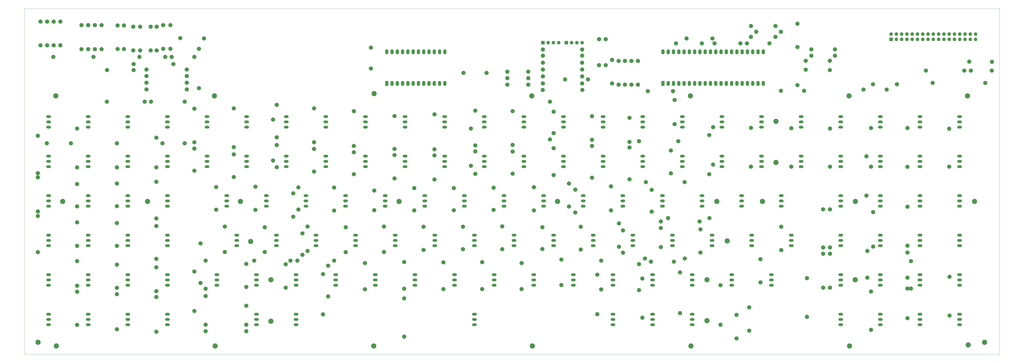
<source format=gbr>
%TF.GenerationSoftware,KiCad,Pcbnew,(6.0.5-0)*%
%TF.CreationDate,2022-06-13T02:35:29-04:00*%
%TF.ProjectId,SpaceCadet,53706163-6543-4616-9465-742e6b696361,rev?*%
%TF.SameCoordinates,Original*%
%TF.FileFunction,Soldermask,Bot*%
%TF.FilePolarity,Negative*%
%FSLAX46Y46*%
G04 Gerber Fmt 4.6, Leading zero omitted, Abs format (unit mm)*
G04 Created by KiCad (PCBNEW (6.0.5-0)) date 2022-06-13 02:35:29*
%MOMM*%
%LPD*%
G01*
G04 APERTURE LIST*
%TA.AperFunction,Profile*%
%ADD10C,0.100000*%
%TD*%
%ADD11C,2.000000*%
%ADD12C,2.500000*%
%ADD13O,2.286000X1.300000*%
%ADD14R,1.600000X2.400000*%
%ADD15O,1.600000X2.400000*%
%ADD16R,1.700000X1.700000*%
%ADD17O,1.700000X1.700000*%
G04 APERTURE END LIST*
D10*
X64250000Y-81300000D02*
X533250000Y-81300000D01*
X533250000Y-81300000D02*
X533250000Y-247900000D01*
X533250000Y-247900000D02*
X64250000Y-247900000D01*
X64250000Y-247900000D02*
X64250000Y-81300000D01*
D11*
%TO.C,*%
X365890000Y-179100000D03*
%TD*%
%TO.C,*%
X222630000Y-130670000D03*
%TD*%
D12*
%TO.C,REF\u002A\u002A*%
X79600000Y-243900000D03*
%TD*%
D11*
%TO.C,*%
X332490000Y-100960000D03*
%TD*%
D13*
%TO.C,SW91*%
X456825000Y-190510000D03*
X456825000Y-193050000D03*
X456825000Y-195590000D03*
%TD*%
D11*
%TO.C,*%
X381790000Y-201710000D03*
%TD*%
D12*
%TO.C,REF\u002A\u002A*%
X384550000Y-123300000D03*
%TD*%
D11*
%TO.C,*%
X127630000Y-182470000D03*
%TD*%
%TO.C,*%
X195953859Y-178160000D03*
%TD*%
%TO.C,*%
X350160000Y-184800000D03*
%TD*%
%TO.C,*%
X389320000Y-187710000D03*
%TD*%
D13*
%TO.C,SW73*%
X94875000Y-190510000D03*
X94875000Y-193050000D03*
X94875000Y-195590000D03*
%TD*%
%TO.C,SW104*%
X252037500Y-209560000D03*
X252037500Y-212100000D03*
X252037500Y-214640000D03*
%TD*%
%TO.C,SW31*%
X190125000Y-152410000D03*
X190125000Y-154950000D03*
X190125000Y-157490000D03*
%TD*%
D11*
%TO.C,*%
X343830000Y-96020000D03*
%TD*%
%TO.C,*%
X412800000Y-236550000D03*
%TD*%
D12*
%TO.C,REF\u002A\u002A*%
X463750000Y-212000000D03*
%TD*%
D11*
%TO.C,*%
X451690000Y-196400000D03*
%TD*%
%TO.C,*%
X70690000Y-142590000D03*
%TD*%
%TO.C,*%
X329150000Y-168570000D03*
%TD*%
%TO.C,*%
X122080000Y-126130000D03*
%TD*%
%TO.C,*%
X242220000Y-163100000D03*
%TD*%
%TO.C,*%
X89550000Y-184310000D03*
%TD*%
%TO.C,*%
X393600000Y-142260000D03*
%TD*%
D13*
%TO.C,SW7*%
X190125000Y-133360000D03*
X190125000Y-135900000D03*
X190125000Y-138440000D03*
%TD*%
D11*
%TO.C,*%
X326140000Y-165550000D03*
%TD*%
%TO.C,*%
X251730000Y-178560000D03*
%TD*%
%TO.C,*%
X284350000Y-216510000D03*
%TD*%
D13*
%TO.C,SW112*%
X404437500Y-209560000D03*
X404437500Y-212100000D03*
X404437500Y-214640000D03*
%TD*%
D11*
%TO.C,*%
X418260000Y-213290000D03*
%TD*%
%TO.C,*%
X237165000Y-186290000D03*
%TD*%
%TO.C,*%
X332490000Y-107310000D03*
%TD*%
%TO.C,*%
X242220000Y-151900000D03*
%TD*%
D13*
%TO.C,SW113*%
X423487500Y-209560000D03*
X423487500Y-212100000D03*
X423487500Y-214640000D03*
%TD*%
%TO.C,SW127*%
X494925000Y-228610000D03*
X494925000Y-231150000D03*
X494925000Y-233690000D03*
%TD*%
D12*
%TO.C,REF\u002A\u002A*%
X460800000Y-123300000D03*
%TD*%
D11*
%TO.C,*%
X101310000Y-100810000D03*
%TD*%
D14*
%TO.C,U2*%
X371353000Y-117353000D03*
D15*
X373893000Y-117353000D03*
X376433000Y-117353000D03*
X378973000Y-117353000D03*
X381513000Y-117353000D03*
X384053000Y-117353000D03*
X386593000Y-117353000D03*
X389133000Y-117353000D03*
X391673000Y-117353000D03*
X394213000Y-117353000D03*
X396753000Y-117353000D03*
X399293000Y-117353000D03*
X401833000Y-117353000D03*
X404373000Y-117353000D03*
X406913000Y-117353000D03*
X409453000Y-117353000D03*
X411993000Y-117353000D03*
X414533000Y-117353000D03*
X417073000Y-117353000D03*
X419613000Y-117353000D03*
X419613000Y-102113000D03*
X417073000Y-102113000D03*
X414533000Y-102113000D03*
X411993000Y-102113000D03*
X409453000Y-102113000D03*
X406913000Y-102113000D03*
X404373000Y-102113000D03*
X401833000Y-102113000D03*
X399293000Y-102113000D03*
X396753000Y-102113000D03*
X394213000Y-102113000D03*
X391673000Y-102113000D03*
X389133000Y-102113000D03*
X386593000Y-102113000D03*
X384053000Y-102113000D03*
X381513000Y-102113000D03*
X378973000Y-102113000D03*
X376433000Y-102113000D03*
X373893000Y-102113000D03*
X371353000Y-102113000D03*
%TD*%
D11*
%TO.C,*%
X228020000Y-203970000D03*
%TD*%
%TO.C,*%
X156480000Y-178200000D03*
%TD*%
D13*
%TO.C,SW1*%
X75825000Y-133360000D03*
X75825000Y-135900000D03*
X75825000Y-138440000D03*
%TD*%
D11*
%TO.C,*%
X469170000Y-152470000D03*
%TD*%
%TO.C,*%
X108660000Y-218940000D03*
%TD*%
%TO.C,*%
X309240000Y-167390000D03*
%TD*%
%TO.C,*%
X256190000Y-186420000D03*
%TD*%
%TO.C,*%
X145920000Y-148730000D03*
%TD*%
%TO.C,*%
X89550000Y-217760000D03*
%TD*%
D13*
%TO.C,SW10*%
X247275000Y-133360000D03*
X247275000Y-135900000D03*
X247275000Y-138440000D03*
%TD*%
D11*
%TO.C,*%
X488900000Y-210970000D03*
%TD*%
%TO.C,*%
X313550000Y-107310000D03*
%TD*%
%TO.C,*%
X70690000Y-198670000D03*
%TD*%
%TO.C,*%
X335220000Y-115350000D03*
%TD*%
%TO.C,*%
X299060000Y-160840000D03*
%TD*%
%TO.C,*%
X222630000Y-147430000D03*
%TD*%
%TO.C,*%
X281100000Y-150130000D03*
%TD*%
%TO.C,*%
X210270000Y-205240000D03*
%TD*%
%TO.C,*%
X78330000Y-98980000D03*
%TD*%
D12*
%TO.C,REF\u002A\u002A*%
X168150000Y-174200000D03*
%TD*%
D11*
%TO.C,*%
X318760000Y-141260000D03*
%TD*%
D13*
%TO.C,SW59*%
X275850000Y-171460000D03*
X275850000Y-174000000D03*
X275850000Y-176540000D03*
%TD*%
D16*
%TO.C,J0*%
X481071000Y-96074000D03*
D17*
X481071000Y-93534000D03*
X483611000Y-96074000D03*
X483611000Y-93534000D03*
X486151000Y-96074000D03*
X486151000Y-93534000D03*
X488691000Y-96074000D03*
X488691000Y-93534000D03*
X491231000Y-96074000D03*
X491231000Y-93534000D03*
X493771000Y-96074000D03*
X493771000Y-93534000D03*
X496311000Y-96074000D03*
X496311000Y-93534000D03*
X498851000Y-96074000D03*
X498851000Y-93534000D03*
X501391000Y-96074000D03*
X501391000Y-93534000D03*
X503931000Y-96074000D03*
X503931000Y-93534000D03*
X506471000Y-96074000D03*
X506471000Y-93534000D03*
X509011000Y-96074000D03*
X509011000Y-93534000D03*
X511551000Y-96074000D03*
X511551000Y-93534000D03*
X514091000Y-96074000D03*
X514091000Y-93534000D03*
X516631000Y-96074000D03*
X516631000Y-93534000D03*
X519171000Y-96074000D03*
X519171000Y-93534000D03*
X521711000Y-96074000D03*
X521711000Y-93534000D03*
%TD*%
D11*
%TO.C,*%
X183820000Y-134810000D03*
%TD*%
%TO.C,*%
X103850000Y-126130000D03*
%TD*%
%TO.C,*%
X189850000Y-204500000D03*
%TD*%
D13*
%TO.C,SW98*%
X132975000Y-209560000D03*
X132975000Y-212100000D03*
X132975000Y-214640000D03*
%TD*%
%TO.C,SW93*%
X494925000Y-190510000D03*
X494925000Y-193050000D03*
X494925000Y-195590000D03*
%TD*%
D11*
%TO.C,*%
X340560000Y-108500000D03*
%TD*%
%TO.C,*%
X488900000Y-230540000D03*
%TD*%
%TO.C,*%
X131000000Y-100690000D03*
%TD*%
%TO.C,*%
X353073333Y-117940000D03*
%TD*%
D14*
%TO.C,U1*%
X238501000Y-117328000D03*
D15*
X241041000Y-117328000D03*
X243581000Y-117328000D03*
X246121000Y-117328000D03*
X248661000Y-117328000D03*
X251201000Y-117328000D03*
X253741000Y-117328000D03*
X256281000Y-117328000D03*
X258821000Y-117328000D03*
X261361000Y-117328000D03*
X263901000Y-117328000D03*
X266441000Y-117328000D03*
X266441000Y-102088000D03*
X263901000Y-102088000D03*
X261361000Y-102088000D03*
X258821000Y-102088000D03*
X256281000Y-102088000D03*
X253741000Y-102088000D03*
X251201000Y-102088000D03*
X248661000Y-102088000D03*
X246121000Y-102088000D03*
X243581000Y-102088000D03*
X241041000Y-102088000D03*
X238501000Y-102088000D03*
%TD*%
D11*
%TO.C,*%
X127630000Y-217470000D03*
%TD*%
D12*
%TO.C,REF\u002A\u002A*%
X79300000Y-123300000D03*
%TD*%
D11*
%TO.C,*%
X127630000Y-201870000D03*
%TD*%
%TO.C,*%
X454050000Y-100940000D03*
%TD*%
%TO.C,*%
X281100000Y-147180000D03*
%TD*%
D12*
%TO.C,REF\u002A\u002A*%
X521200000Y-174200000D03*
%TD*%
D11*
%TO.C,*%
X251730000Y-167820000D03*
%TD*%
%TO.C,*%
X142280000Y-117000000D03*
%TD*%
%TO.C,*%
X339770000Y-209540000D03*
%TD*%
D13*
%TO.C,SW119*%
X94875000Y-228610000D03*
X94875000Y-231150000D03*
X94875000Y-233690000D03*
%TD*%
D11*
%TO.C,*%
X70690000Y-162610000D03*
%TD*%
D13*
%TO.C,SW57*%
X237750000Y-171460000D03*
X237750000Y-174000000D03*
X237750000Y-176540000D03*
%TD*%
D11*
%TO.C,*%
X98110000Y-100810000D03*
%TD*%
%TO.C,*%
X286520000Y-112260000D03*
%TD*%
D13*
%TO.C,SW92*%
X475875000Y-190510000D03*
X475875000Y-193050000D03*
X475875000Y-195590000D03*
%TD*%
%TO.C,SW83*%
X299662500Y-190510000D03*
X299662500Y-193050000D03*
X299662500Y-195590000D03*
%TD*%
D16*
%TO.C,J3_2*%
X324866000Y-97663000D03*
D17*
X327406000Y-97663000D03*
X329946000Y-97663000D03*
X332486000Y-97663000D03*
%TD*%
D11*
%TO.C,*%
X399020000Y-214620000D03*
%TD*%
D13*
%TO.C,SW97*%
X113925000Y-209560000D03*
X113925000Y-212100000D03*
X113925000Y-214640000D03*
%TD*%
D11*
%TO.C,*%
X472360000Y-117710000D03*
%TD*%
%TO.C,*%
X145920000Y-208000000D03*
%TD*%
%TO.C,*%
X151330000Y-219880000D03*
%TD*%
%TO.C,*%
X448370000Y-215760000D03*
%TD*%
D13*
%TO.C,SW76*%
X166312500Y-190510000D03*
X166312500Y-193050000D03*
X166312500Y-195590000D03*
%TD*%
D11*
%TO.C,*%
X222630000Y-161120000D03*
%TD*%
D13*
%TO.C,SW110*%
X366337500Y-209560000D03*
X366337500Y-212100000D03*
X366337500Y-214640000D03*
%TD*%
D11*
%TO.C,*%
X75130000Y-98980000D03*
%TD*%
D12*
%TO.C,REF\u002A\u002A*%
X419150000Y-174200000D03*
%TD*%
D11*
%TO.C,*%
X108660000Y-215870000D03*
%TD*%
%TO.C,*%
X451700000Y-178070000D03*
%TD*%
%TO.C,*%
X355220000Y-148270000D03*
%TD*%
D13*
%TO.C,SW128*%
X513975000Y-228610000D03*
X513975000Y-231150000D03*
X513975000Y-233690000D03*
%TD*%
D11*
%TO.C,*%
X340560000Y-96020000D03*
%TD*%
D13*
%TO.C,SW55*%
X199650000Y-171460000D03*
X199650000Y-174000000D03*
X199650000Y-176540000D03*
%TD*%
D11*
%TO.C,*%
X256190000Y-197560000D03*
%TD*%
%TO.C,*%
X425450000Y-89662000D03*
%TD*%
%TO.C,*%
X127630000Y-164740000D03*
%TD*%
%TO.C,*%
X488900000Y-195520000D03*
%TD*%
%TO.C,*%
X529540000Y-106890000D03*
%TD*%
D13*
%TO.C,SW5*%
X152025000Y-133360000D03*
X152025000Y-135900000D03*
X152025000Y-138440000D03*
%TD*%
D11*
%TO.C,*%
X127630000Y-206000000D03*
%TD*%
%TO.C,*%
X116550000Y-101440000D03*
%TD*%
D13*
%TO.C,SW105*%
X271087500Y-209560000D03*
X271087500Y-212100000D03*
X271087500Y-214640000D03*
%TD*%
D11*
%TO.C,*%
X174690000Y-202740000D03*
%TD*%
%TO.C,*%
X352130000Y-188220000D03*
%TD*%
%TO.C,*%
X454050000Y-103910000D03*
%TD*%
D13*
%TO.C,SW33*%
X228225000Y-152410000D03*
X228225000Y-154950000D03*
X228225000Y-157490000D03*
%TD*%
D11*
%TO.C,*%
X390040000Y-97990000D03*
%TD*%
D13*
%TO.C,SW86*%
X356812500Y-190510000D03*
X356812500Y-193050000D03*
X356812500Y-195590000D03*
%TD*%
D12*
%TO.C,REF\u002A\u002A*%
X182750000Y-212000000D03*
%TD*%
D13*
%TO.C,SW61*%
X313950000Y-171460000D03*
X313950000Y-174000000D03*
X313950000Y-176540000D03*
%TD*%
%TO.C,SW8*%
X209175000Y-133360000D03*
X209175000Y-135900000D03*
X209175000Y-138440000D03*
%TD*%
D11*
%TO.C,*%
X376930000Y-136950000D03*
%TD*%
D13*
%TO.C,SW15*%
X342525000Y-133360000D03*
X342525000Y-135900000D03*
X342525000Y-138440000D03*
%TD*%
D12*
%TO.C,REF\u002A\u002A*%
X463900000Y-174200000D03*
%TD*%
D11*
%TO.C,*%
X337190000Y-147480000D03*
%TD*%
%TO.C,*%
X108660000Y-184600000D03*
%TD*%
%TO.C,*%
X210270000Y-220050000D03*
%TD*%
D13*
%TO.C,SW69*%
X475875000Y-171460000D03*
X475875000Y-174000000D03*
X475875000Y-176540000D03*
%TD*%
D11*
%TO.C,*%
X278950000Y-139060000D03*
%TD*%
%TO.C,*%
X156480000Y-167260000D03*
%TD*%
%TO.C,*%
X332570000Y-120420000D03*
%TD*%
%TO.C,*%
X299060000Y-130670000D03*
%TD*%
%TO.C,*%
X108660000Y-204670000D03*
%TD*%
D13*
%TO.C,SW50*%
X94875000Y-171460000D03*
X94875000Y-174000000D03*
X94875000Y-176540000D03*
%TD*%
D11*
%TO.C,*%
X442690000Y-100940000D03*
%TD*%
D13*
%TO.C,SW44*%
X437775000Y-152410000D03*
X437775000Y-154950000D03*
X437775000Y-157490000D03*
%TD*%
D11*
%TO.C,*%
X70690000Y-181240000D03*
%TD*%
D13*
%TO.C,SW115*%
X475875000Y-209560000D03*
X475875000Y-212100000D03*
X475875000Y-214640000D03*
%TD*%
D11*
%TO.C,*%
X395480000Y-138420000D03*
%TD*%
%TO.C,*%
X448370000Y-196400000D03*
%TD*%
D13*
%TO.C,SW16*%
X361575000Y-133360000D03*
X361575000Y-135900000D03*
X361575000Y-138440000D03*
%TD*%
D11*
%TO.C,*%
X108660000Y-235880000D03*
%TD*%
%TO.C,*%
X331770000Y-197390000D03*
%TD*%
%TO.C,*%
X127630000Y-143460000D03*
%TD*%
D12*
%TO.C,REF\u002A\u002A*%
X82650000Y-174200000D03*
%TD*%
D11*
%TO.C,*%
X145920000Y-159400000D03*
%TD*%
%TO.C,*%
X197900000Y-189640000D03*
%TD*%
%TO.C,*%
X127630000Y-186070000D03*
%TD*%
%TO.C,*%
X275430000Y-112260000D03*
%TD*%
D13*
%TO.C,SW19*%
X418725000Y-133360000D03*
X418725000Y-135900000D03*
X418725000Y-138440000D03*
%TD*%
D11*
%TO.C,*%
X151330000Y-216270000D03*
%TD*%
%TO.C,*%
X318760000Y-148530000D03*
%TD*%
%TO.C,*%
X379520000Y-228080000D03*
%TD*%
%TO.C,*%
X296490000Y-114800000D03*
%TD*%
%TO.C,*%
X416210000Y-92470000D03*
%TD*%
%TO.C,*%
X428021000Y-92470000D03*
%TD*%
D13*
%TO.C,SW120*%
X113925000Y-228610000D03*
X113925000Y-231150000D03*
X113925000Y-233690000D03*
%TD*%
D11*
%TO.C,*%
X375130000Y-160640000D03*
%TD*%
%TO.C,*%
X275180000Y-186420000D03*
%TD*%
%TO.C,*%
X197900000Y-199960000D03*
%TD*%
%TO.C,*%
X228020000Y-216550000D03*
%TD*%
D12*
%TO.C,REF\u002A\u002A*%
X517800000Y-123300000D03*
%TD*%
D11*
%TO.C,*%
X322470000Y-202230000D03*
%TD*%
D13*
%TO.C,SW49*%
X75825000Y-171460000D03*
X75825000Y-174000000D03*
X75825000Y-176540000D03*
%TD*%
%TO.C,SW70*%
X494925000Y-171460000D03*
X494925000Y-174000000D03*
X494925000Y-176540000D03*
%TD*%
D11*
%TO.C,*%
X439990000Y-110730000D03*
%TD*%
%TO.C,*%
X516250000Y-111130000D03*
%TD*%
%TO.C,*%
X313300000Y-197130000D03*
%TD*%
D13*
%TO.C,SW28*%
X132975000Y-152410000D03*
X132975000Y-154950000D03*
X132975000Y-157490000D03*
%TD*%
D11*
%TO.C,*%
X471440000Y-236110000D03*
%TD*%
%TO.C,*%
X436010000Y-88520000D03*
%TD*%
%TO.C,*%
X318760000Y-161500000D03*
%TD*%
%TO.C,*%
X488900000Y-176760000D03*
%TD*%
D13*
%TO.C,SW54*%
X180600000Y-171460000D03*
X180600000Y-174000000D03*
X180600000Y-176540000D03*
%TD*%
D11*
%TO.C,*%
X395480000Y-156430000D03*
%TD*%
%TO.C,*%
X451600000Y-110900000D03*
%TD*%
%TO.C,*%
X488900000Y-157550000D03*
%TD*%
%TO.C,*%
X183820000Y-154500000D03*
%TD*%
%TO.C,*%
X352130000Y-198960000D03*
%TD*%
%TO.C,*%
X349960000Y-117940000D03*
%TD*%
%TO.C,*%
X246840000Y-216290000D03*
%TD*%
%TO.C,*%
X346310000Y-178530000D03*
%TD*%
%TO.C,*%
X164880000Y-148050000D03*
%TD*%
%TO.C,*%
X395160000Y-95650000D03*
%TD*%
D13*
%TO.C,SW67*%
X428250000Y-171460000D03*
X428250000Y-174000000D03*
X428250000Y-176540000D03*
%TD*%
D11*
%TO.C,*%
X363080000Y-164890000D03*
%TD*%
D13*
%TO.C,SW56*%
X218700000Y-171460000D03*
X218700000Y-174000000D03*
X218700000Y-176540000D03*
%TD*%
D11*
%TO.C,*%
X230850000Y-100090000D03*
%TD*%
%TO.C,*%
X501000000Y-117040000D03*
%TD*%
%TO.C,*%
X313550000Y-113980000D03*
%TD*%
%TO.C,*%
X185550000Y-143290000D03*
%TD*%
%TO.C,*%
X469170000Y-171440000D03*
%TD*%
D13*
%TO.C,SW89*%
X413962500Y-190510000D03*
X413962500Y-193050000D03*
X413962500Y-195590000D03*
%TD*%
%TO.C,SW48*%
X513975000Y-152410000D03*
X513975000Y-154950000D03*
X513975000Y-157490000D03*
%TD*%
D11*
%TO.C,*%
X81530000Y-87510000D03*
%TD*%
%TO.C,*%
X442690000Y-103910000D03*
%TD*%
D13*
%TO.C,SW122*%
X175837500Y-228610000D03*
X175837500Y-231150000D03*
X175837500Y-233690000D03*
%TD*%
D11*
%TO.C,*%
X359820000Y-204460000D03*
%TD*%
%TO.C,*%
X142280000Y-110600000D03*
%TD*%
%TO.C,*%
X135020000Y-104510000D03*
%TD*%
D13*
%TO.C,SW84*%
X318712500Y-190510000D03*
X318712500Y-193050000D03*
X318712500Y-195590000D03*
%TD*%
D11*
%TO.C,*%
X164880000Y-162460000D03*
%TD*%
%TO.C,*%
X361450000Y-230270000D03*
%TD*%
%TO.C,*%
X428210000Y-186400000D03*
%TD*%
%TO.C,*%
X148140000Y-119600000D03*
%TD*%
D13*
%TO.C,SW123*%
X280612500Y-228610000D03*
X280612500Y-231150000D03*
X280612500Y-233690000D03*
%TD*%
D11*
%TO.C,*%
X170950000Y-224490000D03*
%TD*%
%TO.C,*%
X222630000Y-150500000D03*
%TD*%
%TO.C,*%
X306550000Y-111680000D03*
%TD*%
%TO.C,*%
X378680000Y-145170000D03*
%TD*%
%TO.C,*%
X170950000Y-215420000D03*
%TD*%
%TO.C,*%
X134470000Y-89210000D03*
%TD*%
%TO.C,*%
X101310000Y-89210000D03*
%TD*%
%TO.C,*%
X332490000Y-103975000D03*
%TD*%
%TO.C,*%
X275180000Y-197260000D03*
%TD*%
%TO.C,*%
X469610000Y-198060000D03*
%TD*%
%TO.C,*%
X413650000Y-138780000D03*
%TD*%
D13*
%TO.C,SW62*%
X333000000Y-171460000D03*
X333000000Y-174000000D03*
X333000000Y-176540000D03*
%TD*%
D11*
%TO.C,*%
X356186666Y-106480000D03*
%TD*%
D13*
%TO.C,SW100*%
X175837500Y-209560000D03*
X175837500Y-212100000D03*
X175837500Y-214640000D03*
%TD*%
D11*
%TO.C,*%
X346310000Y-166970000D03*
%TD*%
%TO.C,*%
X440610000Y-229830000D03*
%TD*%
%TO.C,*%
X193550000Y-181630000D03*
%TD*%
D13*
%TO.C,SW22*%
X475875000Y-133360000D03*
X475875000Y-135900000D03*
X475875000Y-138440000D03*
%TD*%
D11*
%TO.C,*%
X135890000Y-108040000D03*
%TD*%
D13*
%TO.C,SW116*%
X494925000Y-209560000D03*
X494925000Y-212100000D03*
X494925000Y-214640000D03*
%TD*%
D11*
%TO.C,*%
X145960000Y-104510000D03*
%TD*%
D13*
%TO.C,SW32*%
X209175000Y-152410000D03*
X209175000Y-154950000D03*
X209175000Y-157490000D03*
%TD*%
D11*
%TO.C,*%
X490650000Y-216230000D03*
%TD*%
%TO.C,*%
X142280000Y-120200000D03*
%TD*%
D13*
%TO.C,SW51*%
X113925000Y-171460000D03*
X113925000Y-174000000D03*
X113925000Y-176540000D03*
%TD*%
D11*
%TO.C,*%
X261400000Y-149100000D03*
%TD*%
%TO.C,*%
X362690000Y-201710000D03*
%TD*%
%TO.C,*%
X451600000Y-106441807D03*
%TD*%
%TO.C,*%
X359820000Y-217010000D03*
%TD*%
%TO.C,*%
X94910000Y-100810000D03*
%TD*%
D13*
%TO.C,SW24*%
X513975000Y-133360000D03*
X513975000Y-135900000D03*
X513975000Y-138440000D03*
%TD*%
D11*
%TO.C,*%
X130620000Y-146200000D03*
%TD*%
%TO.C,*%
X203500000Y-148890000D03*
%TD*%
%TO.C,*%
X341600000Y-216640000D03*
%TD*%
%TO.C,*%
X232480000Y-169000000D03*
%TD*%
%TO.C,*%
X406720000Y-240230000D03*
%TD*%
%TO.C,*%
X119550000Y-104510000D03*
%TD*%
%TO.C,*%
X425441000Y-94900000D03*
%TD*%
%TO.C,*%
X89550000Y-214840000D03*
%TD*%
%TO.C,*%
X428020000Y-120860000D03*
%TD*%
D13*
%TO.C,SW14*%
X323475034Y-133360008D03*
X323475034Y-135900008D03*
X323475034Y-138440008D03*
%TD*%
D11*
%TO.C,*%
X192160000Y-202740000D03*
%TD*%
%TO.C,*%
X122930000Y-110600000D03*
%TD*%
%TO.C,*%
X145920000Y-129520000D03*
%TD*%
%TO.C,*%
X175290000Y-167130000D03*
%TD*%
%TO.C,*%
X86600000Y-146180000D03*
%TD*%
%TO.C,*%
X451690000Y-215760000D03*
%TD*%
%TO.C,*%
X148140000Y-100650000D03*
%TD*%
%TO.C,*%
X237165000Y-198600000D03*
%TD*%
%TO.C,*%
X242220000Y-133050000D03*
%TD*%
%TO.C,*%
X131950000Y-104510000D03*
%TD*%
D13*
%TO.C,SW40*%
X361575000Y-152410000D03*
X361575000Y-154950000D03*
X361575000Y-157490000D03*
%TD*%
%TO.C,SW64*%
X371100000Y-171460000D03*
X371100000Y-174000000D03*
X371100000Y-176540000D03*
%TD*%
D11*
%TO.C,*%
X359300000Y-117940000D03*
%TD*%
D13*
%TO.C,SW95*%
X75825000Y-209560000D03*
X75825000Y-212100000D03*
X75825000Y-214640000D03*
%TD*%
D11*
%TO.C,*%
X490650000Y-203030000D03*
%TD*%
%TO.C,*%
X151330000Y-236820000D03*
%TD*%
%TO.C,*%
X112080000Y-89370000D03*
%TD*%
D13*
%TO.C,SW82*%
X280612500Y-190510000D03*
X280612500Y-193050000D03*
X280612500Y-195590000D03*
%TD*%
%TO.C,SW17*%
X380625000Y-133360000D03*
X380625000Y-135900000D03*
X380625000Y-138440000D03*
%TD*%
D11*
%TO.C,*%
X439260000Y-120860000D03*
%TD*%
D12*
%TO.C,REF\u002A\u002A*%
X70800000Y-242100000D03*
%TD*%
D13*
%TO.C,SW87*%
X375862500Y-190510000D03*
X375862500Y-193050000D03*
X375862500Y-195590000D03*
%TD*%
D11*
%TO.C,*%
X332490000Y-117315000D03*
%TD*%
%TO.C,*%
X488900000Y-198840000D03*
%TD*%
%TO.C,*%
X141290000Y-126130000D03*
%TD*%
%TO.C,*%
X127630000Y-157800000D03*
%TD*%
D12*
%TO.C,REF\u002A\u002A*%
X155900000Y-243900000D03*
%TD*%
D11*
%TO.C,*%
X91710000Y-100810000D03*
%TD*%
D13*
%TO.C,SW99*%
X156787500Y-209560000D03*
X156787500Y-212100000D03*
X156787500Y-214640000D03*
%TD*%
D11*
%TO.C,*%
X261400000Y-163630000D03*
%TD*%
%TO.C,*%
X296490000Y-111680000D03*
%TD*%
D13*
%TO.C,SW124*%
X366337500Y-228610000D03*
X366337500Y-231150000D03*
X366337500Y-233690000D03*
%TD*%
D11*
%TO.C,*%
X329150000Y-179570000D03*
%TD*%
%TO.C,*%
X108660000Y-165570000D03*
%TD*%
D13*
%TO.C,SW88*%
X394912500Y-190510000D03*
X394912500Y-193050000D03*
X394912500Y-195590000D03*
%TD*%
D11*
%TO.C,*%
X422520000Y-98060000D03*
%TD*%
D13*
%TO.C,SW90*%
X433012500Y-190510000D03*
X433012500Y-193050000D03*
X433012500Y-195590000D03*
%TD*%
D11*
%TO.C,*%
X370280000Y-196210000D03*
%TD*%
%TO.C,*%
X70690000Y-179060000D03*
%TD*%
%TO.C,*%
X377560000Y-97990000D03*
%TD*%
D12*
%TO.C,REF\u002A\u002A*%
X425700000Y-135650000D03*
%TD*%
D11*
%TO.C,*%
X337190000Y-144470000D03*
%TD*%
%TO.C,*%
X103940000Y-110860000D03*
%TD*%
%TO.C,*%
X284350000Y-203540000D03*
%TD*%
%TO.C,*%
X483810000Y-117710000D03*
%TD*%
%TO.C,*%
X119880000Y-89960000D03*
%TD*%
%TO.C,*%
X509000000Y-157460000D03*
%TD*%
%TO.C,*%
X278950000Y-157030000D03*
%TD*%
%TO.C,*%
X313550000Y-103975000D03*
%TD*%
D12*
%TO.C,REF\u002A\u002A*%
X308500000Y-243900000D03*
%TD*%
D11*
%TO.C,*%
X125150000Y-126130000D03*
%TD*%
%TO.C,*%
X289850000Y-178260000D03*
%TD*%
%TO.C,*%
X406720000Y-228880000D03*
%TD*%
D12*
%TO.C,REF\u002A\u002A*%
X518100000Y-243400000D03*
%TD*%
D11*
%TO.C,*%
X370280000Y-183840000D03*
%TD*%
D13*
%TO.C,SW107*%
X309187500Y-209560000D03*
X309187500Y-212100000D03*
X309187500Y-214640000D03*
%TD*%
D11*
%TO.C,*%
X164880000Y-129390000D03*
%TD*%
%TO.C,*%
X164880000Y-151520000D03*
%TD*%
%TO.C,*%
X346840000Y-117330000D03*
%TD*%
D13*
%TO.C,SW101*%
X194887500Y-209560000D03*
X194887500Y-212100000D03*
X194887500Y-214640000D03*
%TD*%
D11*
%TO.C,*%
X139150000Y-95510000D03*
%TD*%
%TO.C,*%
X74990000Y-146180000D03*
%TD*%
%TO.C,*%
X355220000Y-145520000D03*
%TD*%
D13*
%TO.C,SW46*%
X475875000Y-152410000D03*
X475875000Y-154950000D03*
X475875000Y-157490000D03*
%TD*%
%TO.C,SW109*%
X347287500Y-209560000D03*
X347287500Y-212100000D03*
X347287500Y-214640000D03*
%TD*%
D11*
%TO.C,*%
X270730000Y-178430000D03*
%TD*%
%TO.C,*%
X376930000Y-125250000D03*
%TD*%
D13*
%TO.C,SW66*%
X409200000Y-171460000D03*
X409200000Y-174000000D03*
X409200000Y-176540000D03*
%TD*%
D11*
%TO.C,*%
X203500000Y-129390000D03*
%TD*%
D13*
%TO.C,SW79*%
X223462500Y-190510000D03*
X223462500Y-193050000D03*
X223462500Y-195590000D03*
%TD*%
%TO.C,SW102*%
X213937500Y-209560000D03*
X213937500Y-212100000D03*
X213937500Y-214640000D03*
%TD*%
D11*
%TO.C,*%
X195500000Y-202740000D03*
%TD*%
%TO.C,*%
X306550000Y-114800000D03*
%TD*%
%TO.C,*%
X509130000Y-210520000D03*
%TD*%
D13*
%TO.C,SW85*%
X337762500Y-190510000D03*
X337762500Y-193050000D03*
X337762500Y-195590000D03*
%TD*%
%TO.C,SW121*%
X132975000Y-228610000D03*
X132975000Y-231150000D03*
X132975000Y-233690000D03*
%TD*%
%TO.C,SW52*%
X132975000Y-171460000D03*
X132975000Y-174000000D03*
X132975000Y-176540000D03*
%TD*%
D11*
%TO.C,*%
X356186666Y-117940000D03*
%TD*%
D13*
%TO.C,SW23*%
X494925000Y-133360000D03*
X494925000Y-135900000D03*
X494925000Y-138440000D03*
%TD*%
%TO.C,SW21*%
X456825000Y-133360000D03*
X456825000Y-135900000D03*
X456825000Y-138440000D03*
%TD*%
D12*
%TO.C,REF\u002A\u002A*%
X526050000Y-242100000D03*
%TD*%
D13*
%TO.C,SW68*%
X456825000Y-171460000D03*
X456825000Y-174000000D03*
X456825000Y-176540000D03*
%TD*%
D11*
%TO.C,*%
X361450000Y-211420000D03*
%TD*%
D12*
%TO.C,REF\u002A\u002A*%
X402250000Y-193250000D03*
%TD*%
D11*
%TO.C,*%
X526350000Y-117040000D03*
%TD*%
D16*
%TO.C,J3_1*%
X313573000Y-97663000D03*
D17*
X316113000Y-97663000D03*
X318653000Y-97663000D03*
X321193000Y-97663000D03*
%TD*%
D11*
%TO.C,*%
X265750000Y-203580000D03*
%TD*%
%TO.C,*%
X413650000Y-157460000D03*
%TD*%
%TO.C,*%
X89550000Y-165810000D03*
%TD*%
%TO.C,*%
X246840000Y-203450000D03*
%TD*%
%TO.C,*%
X341600000Y-202760000D03*
%TD*%
%TO.C,*%
X148870000Y-194470000D03*
%TD*%
%TO.C,*%
X337190000Y-162810000D03*
%TD*%
%TO.C,*%
X261400000Y-152070000D03*
%TD*%
%TO.C,*%
X472440000Y-196020000D03*
%TD*%
%TO.C,*%
X185550000Y-147030000D03*
%TD*%
%TO.C,*%
X313550000Y-110645000D03*
%TD*%
%TO.C,*%
X127630000Y-237080000D03*
%TD*%
D13*
%TO.C,SW12*%
X285375000Y-133360000D03*
X285375000Y-135900000D03*
X285375000Y-138440000D03*
%TD*%
D11*
%TO.C,*%
X127840000Y-101430000D03*
%TD*%
%TO.C,*%
X108660000Y-195620000D03*
%TD*%
%TO.C,*%
X471410000Y-138860000D03*
%TD*%
%TO.C,*%
X89550000Y-139120000D03*
%TD*%
%TO.C,*%
X306550000Y-117920000D03*
%TD*%
%TO.C,*%
X109010000Y-89370000D03*
%TD*%
%TO.C,*%
X151330000Y-202740000D03*
%TD*%
%TO.C,*%
X355220000Y-163590000D03*
%TD*%
D13*
%TO.C,SW96*%
X94875000Y-209560000D03*
X94875000Y-212100000D03*
X94875000Y-214640000D03*
%TD*%
D11*
%TO.C,*%
X109010000Y-100710000D03*
%TD*%
D12*
%TO.C,REF\u002A\u002A*%
X232375000Y-122250000D03*
%TD*%
D11*
%TO.C,*%
X313510000Y-120420000D03*
%TD*%
%TO.C,*%
X382680000Y-95650000D03*
%TD*%
%TO.C,*%
X469610000Y-210970000D03*
%TD*%
%TO.C,*%
X98110000Y-89210000D03*
%TD*%
%TO.C,*%
X142280000Y-113800000D03*
%TD*%
%TO.C,*%
X488900000Y-138860000D03*
%TD*%
D13*
%TO.C,SW34*%
X247275000Y-152410000D03*
X247275000Y-154950000D03*
X247275000Y-157490000D03*
%TD*%
D11*
%TO.C,*%
X281100000Y-130410000D03*
%TD*%
%TO.C,*%
X78120000Y-104510000D03*
%TD*%
D13*
%TO.C,SW42*%
X399675000Y-152410000D03*
X399675000Y-154950000D03*
X399675000Y-157490000D03*
%TD*%
D11*
%TO.C,*%
X303370000Y-216510000D03*
%TD*%
%TO.C,*%
X89550000Y-203040000D03*
%TD*%
%TO.C,*%
X343830000Y-108500000D03*
%TD*%
%TO.C,*%
X451700000Y-139120000D03*
%TD*%
D13*
%TO.C,SW80*%
X242512500Y-190510000D03*
X242512500Y-193050000D03*
X242512500Y-195590000D03*
%TD*%
%TO.C,SW6*%
X171075000Y-133360000D03*
X171075000Y-135900000D03*
X171075000Y-138440000D03*
%TD*%
D11*
%TO.C,*%
X451700000Y-157460000D03*
%TD*%
%TO.C,*%
X141290000Y-146200000D03*
%TD*%
%TO.C,*%
X332490000Y-113980000D03*
%TD*%
%TO.C,*%
X89550000Y-176560000D03*
%TD*%
D13*
%TO.C,SW118*%
X75825000Y-228610000D03*
X75825000Y-231150000D03*
X75825000Y-233690000D03*
%TD*%
D11*
%TO.C,*%
X91710000Y-89210000D03*
%TD*%
%TO.C,*%
X389320000Y-198880000D03*
%TD*%
%TO.C,*%
X509000000Y-139190000D03*
%TD*%
D13*
%TO.C,SW74*%
X113925000Y-190510000D03*
X113925000Y-193050000D03*
X113925000Y-195590000D03*
%TD*%
D11*
%TO.C,*%
X471410000Y-157460000D03*
%TD*%
D13*
%TO.C,SW4*%
X132975000Y-133360000D03*
X132975000Y-135900000D03*
X132975000Y-138440000D03*
%TD*%
D11*
%TO.C,*%
X160630000Y-186340000D03*
%TD*%
%TO.C,*%
X313550000Y-100960000D03*
%TD*%
%TO.C,*%
X94910000Y-89210000D03*
%TD*%
%TO.C,*%
X131000000Y-89210000D03*
%TD*%
%TO.C,*%
X411680000Y-98060000D03*
%TD*%
%TO.C,*%
X478910000Y-120250000D03*
%TD*%
%TO.C,*%
X448380000Y-178070000D03*
%TD*%
%TO.C,*%
X412800000Y-225280000D03*
%TD*%
D13*
%TO.C,SW45*%
X456825000Y-152410000D03*
X456825000Y-154950000D03*
X456825000Y-157490000D03*
%TD*%
D11*
%TO.C,*%
X265750000Y-216510000D03*
%TD*%
D13*
%TO.C,SW43*%
X418725000Y-152410000D03*
X418725000Y-154950000D03*
X418725000Y-157490000D03*
%TD*%
D11*
%TO.C,*%
X124910000Y-101430000D03*
%TD*%
%TO.C,*%
X281100000Y-160970000D03*
%TD*%
%TO.C,*%
X112080000Y-100710000D03*
%TD*%
D12*
%TO.C,REF\u002A\u002A*%
X320650000Y-174200000D03*
%TD*%
%TO.C,REF\u002A\u002A*%
X232200000Y-243900000D03*
%TD*%
D11*
%TO.C,*%
X289850000Y-167650000D03*
%TD*%
%TO.C,*%
X331770000Y-186380000D03*
%TD*%
D12*
%TO.C,REF\u002A\u002A*%
X384800000Y-243900000D03*
%TD*%
D11*
%TO.C,*%
X122930000Y-120200000D03*
%TD*%
D13*
%TO.C,SW103*%
X232987500Y-209560000D03*
X232987500Y-212100000D03*
X232987500Y-214640000D03*
%TD*%
%TO.C,SW20*%
X437775000Y-133360000D03*
X437775000Y-135900000D03*
X437775000Y-138440000D03*
%TD*%
D11*
%TO.C,*%
X359300000Y-106480000D03*
%TD*%
%TO.C,*%
X151330000Y-233620000D03*
%TD*%
%TO.C,*%
X436010000Y-118150000D03*
%TD*%
D12*
%TO.C,REF\u002A\u002A*%
X155612500Y-123300000D03*
%TD*%
%TO.C,REF\u002A\u002A*%
X397200000Y-174200000D03*
%TD*%
D11*
%TO.C,*%
X119880000Y-101440000D03*
%TD*%
%TO.C,*%
X218760000Y-186640000D03*
%TD*%
D13*
%TO.C,SW13*%
X304425000Y-133360000D03*
X304425000Y-135900000D03*
X304425000Y-138440000D03*
%TD*%
D11*
%TO.C,*%
X399020000Y-233620000D03*
%TD*%
%TO.C,*%
X246840000Y-239400000D03*
%TD*%
%TO.C,*%
X108660000Y-157830000D03*
%TD*%
%TO.C,*%
X529520000Y-111130000D03*
%TD*%
D13*
%TO.C,SW30*%
X171075000Y-152410000D03*
X171075000Y-154950000D03*
X171075000Y-157490000D03*
%TD*%
D11*
%TO.C,*%
X116740000Y-108050000D03*
%TD*%
%TO.C,*%
X332490000Y-110645000D03*
%TD*%
%TO.C,*%
X376600000Y-203280000D03*
%TD*%
%TO.C,*%
X193550000Y-170370000D03*
%TD*%
%TO.C,*%
X185550000Y-157700000D03*
%TD*%
%TO.C,*%
X122930000Y-113800000D03*
%TD*%
D13*
%TO.C,SW58*%
X256800000Y-171460000D03*
X256800000Y-174000000D03*
X256800000Y-176540000D03*
%TD*%
D11*
%TO.C,*%
X78330000Y-87510000D03*
%TD*%
%TO.C,*%
X440610000Y-211230000D03*
%TD*%
D12*
%TO.C,REF\u002A\u002A*%
X123400000Y-174200000D03*
%TD*%
D13*
%TO.C,SW78*%
X204412500Y-190510000D03*
X204412500Y-193050000D03*
X204412500Y-195590000D03*
%TD*%
D11*
%TO.C,*%
X365570000Y-203280000D03*
%TD*%
%TO.C,*%
X230850000Y-110150000D03*
%TD*%
%TO.C,*%
X373790000Y-182230000D03*
%TD*%
%TO.C,*%
X518660000Y-106870000D03*
%TD*%
D13*
%TO.C,SW123a0*%
X347287500Y-228610000D03*
X347287500Y-231150000D03*
X347287500Y-233690000D03*
%TD*%
%TO.C,SW125*%
X456825000Y-228610000D03*
X456825000Y-231150000D03*
X456825000Y-233690000D03*
%TD*%
%TO.C,SW37*%
X304425000Y-152410000D03*
X304425000Y-154950000D03*
X304425000Y-157490000D03*
%TD*%
D11*
%TO.C,*%
X213160000Y-167570000D03*
%TD*%
%TO.C,*%
X413630000Y-94900000D03*
%TD*%
D13*
%TO.C,SW122a0*%
X194887500Y-228610000D03*
X194887500Y-231150000D03*
X194887500Y-233690000D03*
%TD*%
D12*
%TO.C,REF\u002A\u002A*%
X173000000Y-193500000D03*
%TD*%
D13*
%TO.C,SW81*%
X261562500Y-190510000D03*
X261562500Y-193050000D03*
X261562500Y-195590000D03*
%TD*%
D11*
%TO.C,*%
X299060000Y-150160000D03*
%TD*%
D13*
%TO.C,SW39*%
X342525000Y-152410000D03*
X342525000Y-154950000D03*
X342525000Y-157490000D03*
%TD*%
%TO.C,SW72*%
X75825000Y-190510000D03*
X75825000Y-193050000D03*
X75825000Y-195590000D03*
%TD*%
D11*
%TO.C,*%
X116740000Y-110860000D03*
%TD*%
%TO.C,*%
X428210000Y-197690000D03*
%TD*%
%TO.C,*%
X89550000Y-195610000D03*
%TD*%
%TO.C,*%
X349960000Y-106480000D03*
%TD*%
%TO.C,*%
X296490000Y-117920000D03*
%TD*%
%TO.C,*%
X317010000Y-144340000D03*
%TD*%
%TO.C,*%
X451690000Y-199460000D03*
%TD*%
%TO.C,*%
X365890000Y-168620000D03*
%TD*%
%TO.C,*%
X207860000Y-228630000D03*
%TD*%
%TO.C,*%
X218760000Y-198720000D03*
%TD*%
%TO.C,*%
X364020000Y-121090000D03*
%TD*%
%TO.C,*%
X324210000Y-115350000D03*
%TD*%
%TO.C,*%
X509130000Y-229290000D03*
%TD*%
D13*
%TO.C,SW3*%
X113925000Y-133360000D03*
X113925000Y-135900000D03*
X113925000Y-138440000D03*
%TD*%
D11*
%TO.C,*%
X170950000Y-204360000D03*
%TD*%
%TO.C,*%
X134470000Y-100690000D03*
%TD*%
D13*
%TO.C,SW27*%
X113925000Y-152410000D03*
X113925000Y-154950000D03*
X113925000Y-157490000D03*
%TD*%
%TO.C,SW94*%
X513975000Y-190510000D03*
X513975000Y-193050000D03*
X513975000Y-195590000D03*
%TD*%
D11*
%TO.C,*%
X381760000Y-164890000D03*
%TD*%
D13*
%TO.C,SW117*%
X513975000Y-209560000D03*
X513975000Y-212100000D03*
X513975000Y-214640000D03*
%TD*%
%TO.C,SW26*%
X94875000Y-152410000D03*
X94875000Y-154950000D03*
X94875000Y-157490000D03*
%TD*%
D11*
%TO.C,*%
X313300000Y-186650000D03*
%TD*%
D13*
%TO.C,SW18*%
X399675000Y-133360000D03*
X399675000Y-135900000D03*
X399675000Y-138440000D03*
%TD*%
D11*
%TO.C,*%
X175290000Y-178300000D03*
%TD*%
%TO.C,*%
X303370000Y-203940000D03*
%TD*%
%TO.C,*%
X75130000Y-87510000D03*
%TD*%
D13*
%TO.C,SW53*%
X161550000Y-171460000D03*
X161550000Y-174000000D03*
X161550000Y-176540000D03*
%TD*%
D11*
%TO.C,*%
X89550000Y-233720000D03*
%TD*%
D13*
%TO.C,SW124a0*%
X385387500Y-228610000D03*
X385387500Y-231150000D03*
X385387500Y-233690000D03*
%TD*%
D11*
%TO.C,*%
X471440000Y-217630000D03*
%TD*%
D12*
%TO.C,REF\u002A\u002A*%
X392500000Y-212000000D03*
%TD*%
D13*
%TO.C,SW60*%
X294900000Y-171460000D03*
X294900000Y-174000000D03*
X294900000Y-176540000D03*
%TD*%
D11*
%TO.C,*%
X376130000Y-121090000D03*
%TD*%
D13*
%TO.C,SW29*%
X152025000Y-152410000D03*
X152025000Y-154950000D03*
X152025000Y-157490000D03*
%TD*%
%TO.C,SW126*%
X475875000Y-228610000D03*
X475875000Y-231150000D03*
X475875000Y-233690000D03*
%TD*%
D11*
%TO.C,*%
X497850000Y-111130000D03*
%TD*%
%TO.C,*%
X322470000Y-214550000D03*
%TD*%
%TO.C,*%
X108660000Y-176550000D03*
%TD*%
%TO.C,*%
X393600000Y-161130000D03*
%TD*%
%TO.C,*%
X150630000Y-95640000D03*
%TD*%
%TO.C,*%
X170950000Y-236820000D03*
%TD*%
%TO.C,*%
X81530000Y-98980000D03*
%TD*%
D13*
%TO.C,SW71*%
X513975000Y-171460000D03*
X513975000Y-174000000D03*
X513975000Y-176540000D03*
%TD*%
D11*
%TO.C,*%
X317010000Y-126150000D03*
%TD*%
%TO.C,*%
X472440000Y-179390000D03*
%TD*%
D13*
%TO.C,SW111*%
X385387500Y-209560000D03*
X385387500Y-212100000D03*
X385387500Y-214640000D03*
%TD*%
D11*
%TO.C,*%
X379520000Y-208410000D03*
%TD*%
%TO.C,*%
X200420000Y-186300000D03*
%TD*%
%TO.C,*%
X127630000Y-220280000D03*
%TD*%
D13*
%TO.C,SW9*%
X228225000Y-133360000D03*
X228225000Y-135900000D03*
X228225000Y-138440000D03*
%TD*%
D11*
%TO.C,*%
X160630000Y-198630000D03*
%TD*%
D13*
%TO.C,SW2*%
X94875000Y-133360000D03*
X94875000Y-135900000D03*
X94875000Y-138440000D03*
%TD*%
D11*
%TO.C,*%
X353073333Y-106480000D03*
%TD*%
D13*
%TO.C,SW77*%
X185362500Y-190510000D03*
X185362500Y-193050000D03*
X185362500Y-195590000D03*
%TD*%
D11*
%TO.C,*%
X195953859Y-167436214D03*
%TD*%
D13*
%TO.C,SW36*%
X285375000Y-152410000D03*
X285375000Y-154950000D03*
X285375000Y-157490000D03*
%TD*%
%TO.C,SW75*%
X132975000Y-190510000D03*
X132975000Y-193050000D03*
X132975000Y-195590000D03*
%TD*%
D11*
%TO.C,*%
X408610000Y-98060000D03*
%TD*%
D12*
%TO.C,REF\u002A\u002A*%
X182750000Y-232000000D03*
%TD*%
%TO.C,REF\u002A\u002A*%
X461100000Y-243900000D03*
%TD*%
D11*
%TO.C,*%
X189850000Y-215780000D03*
%TD*%
%TO.C,*%
X108660000Y-146180000D03*
%TD*%
%TO.C,*%
X393700000Y-182230000D03*
%TD*%
%TO.C,*%
X170950000Y-233670000D03*
%TD*%
%TO.C,*%
X97460000Y-104510000D03*
%TD*%
%TO.C,*%
X89550000Y-157800000D03*
%TD*%
D12*
%TO.C,REF\u002A\u002A*%
X425700000Y-155400000D03*
%TD*%
D11*
%TO.C,*%
X213160000Y-178640000D03*
%TD*%
D13*
%TO.C,SW47*%
X494925000Y-152410000D03*
X494925000Y-154950000D03*
X494925000Y-157490000D03*
%TD*%
D11*
%TO.C,*%
X326140000Y-176720000D03*
%TD*%
D13*
%TO.C,SW25*%
X75825000Y-152410000D03*
X75825000Y-154950000D03*
X75825000Y-157490000D03*
%TD*%
D11*
%TO.C,*%
X350160000Y-196070000D03*
%TD*%
%TO.C,*%
X71930000Y-87510000D03*
%TD*%
%TO.C,*%
X346840000Y-106000000D03*
%TD*%
%TO.C,*%
X116550000Y-89960000D03*
%TD*%
%TO.C,*%
X433080000Y-138940000D03*
%TD*%
%TO.C,*%
X318760000Y-130950000D03*
%TD*%
%TO.C,*%
X207860000Y-209240000D03*
%TD*%
%TO.C,*%
X355220000Y-133890000D03*
%TD*%
%TO.C,*%
X213160000Y-202740000D03*
%TD*%
%TO.C,*%
X413639000Y-89662000D03*
%TD*%
%TO.C,*%
X467730000Y-120250000D03*
%TD*%
%TO.C,*%
X359800000Y-145170000D03*
%TD*%
%TO.C,*%
X439990000Y-106441807D03*
%TD*%
%TO.C,*%
X375130000Y-149700000D03*
%TD*%
%TO.C,*%
X396130000Y-98060000D03*
%TD*%
D13*
%TO.C,SW38*%
X323475000Y-152410000D03*
X323475000Y-154950000D03*
X323475000Y-157490000D03*
%TD*%
D11*
%TO.C,*%
X294050000Y-186250000D03*
%TD*%
%TO.C,*%
X261400000Y-132240000D03*
%TD*%
%TO.C,*%
X339770000Y-228580000D03*
%TD*%
%TO.C,*%
X122930000Y-117000000D03*
%TD*%
%TO.C,*%
X179850000Y-198630000D03*
%TD*%
%TO.C,*%
X185550000Y-127660000D03*
%TD*%
D12*
%TO.C,REF\u002A\u002A*%
X392500000Y-231750000D03*
%TD*%
D11*
%TO.C,*%
X313550000Y-117315000D03*
%TD*%
%TO.C,*%
X127840000Y-89950000D03*
%TD*%
%TO.C,*%
X246840000Y-221000000D03*
%TD*%
%TO.C,*%
X294050000Y-197260000D03*
%TD*%
D13*
%TO.C,SW108*%
X328237500Y-209560000D03*
X328237500Y-212100000D03*
X328237500Y-214640000D03*
%TD*%
D11*
%TO.C,*%
X200420000Y-198100000D03*
%TD*%
%TO.C,*%
X179850000Y-186700000D03*
%TD*%
D13*
%TO.C,SW65*%
X390150000Y-171460000D03*
X390150000Y-174000000D03*
X390150000Y-176540000D03*
%TD*%
D11*
%TO.C,*%
X448370000Y-199460000D03*
%TD*%
%TO.C,*%
X71930000Y-98980000D03*
%TD*%
D13*
%TO.C,SW41*%
X380625000Y-152410000D03*
X380625000Y-154950000D03*
X380625000Y-157490000D03*
%TD*%
D12*
%TO.C,REF\u002A\u002A*%
X244400000Y-174200000D03*
%TD*%
D11*
%TO.C,*%
X433080000Y-157460000D03*
%TD*%
%TO.C,*%
X299060000Y-146920000D03*
%TD*%
D13*
%TO.C,SW114*%
X456825000Y-209560000D03*
X456825000Y-212100000D03*
X456825000Y-214640000D03*
%TD*%
D12*
%TO.C,REF\u002A\u002A*%
X308237500Y-123300000D03*
%TD*%
D11*
%TO.C,*%
X203500000Y-145690000D03*
%TD*%
%TO.C,*%
X370280000Y-187040000D03*
%TD*%
%TO.C,*%
X488900000Y-216230000D03*
%TD*%
D13*
%TO.C,SW106*%
X290137500Y-209560000D03*
X290137500Y-212100000D03*
X290137500Y-214640000D03*
%TD*%
D11*
%TO.C,*%
X309240000Y-178530000D03*
%TD*%
%TO.C,*%
X70690000Y-160600000D03*
%TD*%
%TO.C,*%
X148870000Y-213470000D03*
%TD*%
%TO.C,*%
X418260000Y-202110000D03*
%TD*%
%TO.C,*%
X337190000Y-133140000D03*
%TD*%
%TO.C,*%
X232480000Y-178430000D03*
%TD*%
%TO.C,*%
X124910000Y-89950000D03*
%TD*%
%TO.C,*%
X388960000Y-183840000D03*
%TD*%
%TO.C,*%
X242220000Y-148930000D03*
%TD*%
D13*
%TO.C,SW11*%
X266325000Y-133360000D03*
X266325000Y-135900000D03*
X266325000Y-138440000D03*
%TD*%
D11*
%TO.C,*%
X203500000Y-159830000D03*
%TD*%
%TO.C,*%
X436010000Y-99810000D03*
%TD*%
%TO.C,*%
X270730000Y-167820000D03*
%TD*%
%TO.C,*%
X145920000Y-145660000D03*
%TD*%
%TO.C,*%
X145920000Y-227080000D03*
%TD*%
D13*
%TO.C,SW63*%
X352050000Y-171460000D03*
X352050000Y-174000000D03*
X352050000Y-176540000D03*
%TD*%
%TO.C,SW35*%
X266325000Y-152410000D03*
X266325000Y-154950000D03*
X266325000Y-157490000D03*
%TD*%
D11*
%TO.C,*%
X519380000Y-111130000D03*
%TD*%
M02*

</source>
